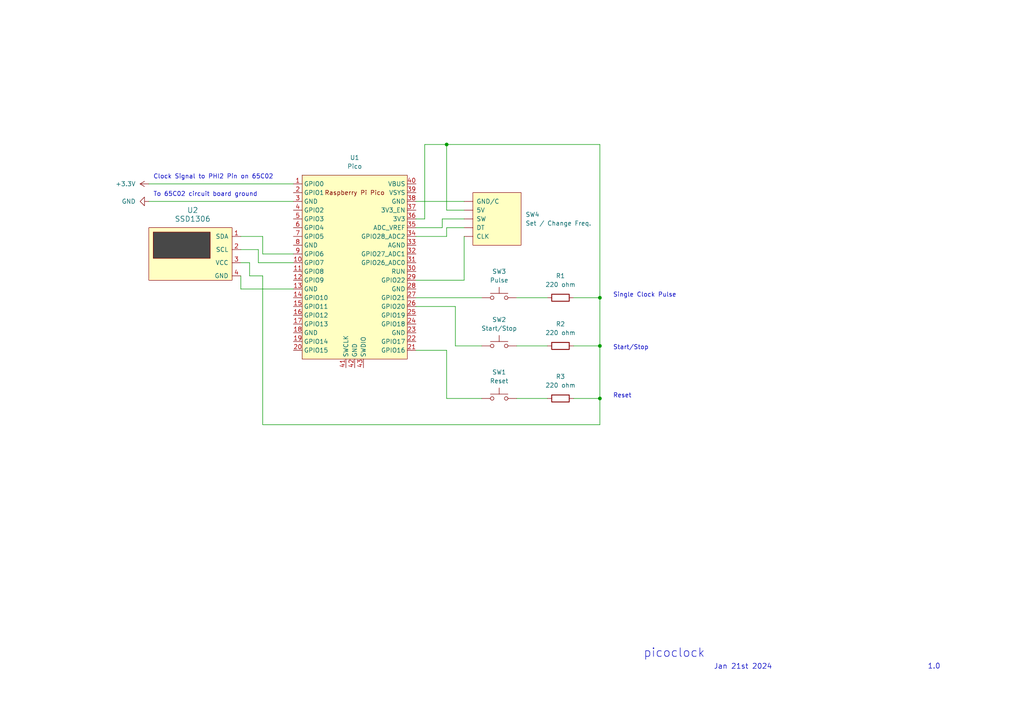
<source format=kicad_sch>
(kicad_sch (version 20230121) (generator eeschema)
  (paper "A4")
  (lib_symbols
    (symbol "Device:R" (pin_numbers hide) (pin_names (offset 0))
      (property "Reference" "R" (at 2.032 0 90))
      (property "Value" "R" (at 0 0 90))
      (symbol "R_0_1"
        (rectangle (start -1.016 -2.54) (end 1.016 2.54) (stroke (width 0.254)))
      )
      (symbol "R_1_1"
        (pin passive line (at 0 3.81 270) (length 1.27) (name "~") (number "1"))
        (pin passive line (at 0 -3.81 90) (length 1.27) (name "~") (number "2"))
      )
    )
    (symbol "MCU_RaspberryPi_and_Boards:Pico"
      (property "Reference" "U" (at -13.97 27.94 0))
      (property "Value" "Pico" (at 0 19.05 0))
      (symbol "Pico_0_0"
        (text "Raspberry Pi Pico" (at 0 21.59 0) (effects (font (size 1.27 1.27))))
      )
      (symbol "Pico_0_1"
        (rectangle (start -15.24 26.67) (end 15.24 -26.67) (fill (type background)))
      )
      (symbol "Pico_1_1"
        (pin bidirectional line (at -17.78 24.13 0) (length 2.54) (name "GPIO0") (number "1"))
        (pin bidirectional line (at -17.78 1.27 0) (length 2.54) (name "GPIO7") (number "10"))
        (pin bidirectional line (at -17.78 -1.27 0) (length 2.54) (name "GPIO8") (number "11"))
        (pin bidirectional line (at -17.78 -3.81 0) (length 2.54) (name "GPIO9") (number "12"))
        (pin power_in line (at -17.78 -6.35 0) (length 2.54) (name "GND") (number "13"))
        (pin bidirectional line (at -17.78 -8.89 0) (length 2.54) (name "GPIO10") (number "14"))
        (pin bidirectional line (at -17.78 -11.43 0) (length 2.54) (name "GPIO11") (number "15"))
        (pin bidirectional line (at -17.78 -13.97 0) (length 2.54) (name "GPIO12") (number "16"))
        (pin bidirectional line (at -17.78 -16.51 0) (length 2.54) (name "GPIO13") (number "17"))
        (pin power_in line (at -17.78 -19.05 0) (length 2.54) (name "GND") (number "18"))
        (pin bidirectional line (at -17.78 -21.59 0) (length 2.54) (name "GPIO14") (number "19"))
        (pin bidirectional line (at -17.78 21.59 0) (length 2.54) (name "GPIO1") (number "2"))
        (pin bidirectional line (at -17.78 -24.13 0) (length 2.54) (name "GPIO15") (number "20"))
        (pin bidirectional line (at 17.78 -24.13 180) (length 2.54) (name "GPIO16") (number "21"))
        (pin bidirectional line (at 17.78 -21.59 180) (length 2.54) (name "GPIO17") (number "22"))
        (pin power_in line (at 17.78 -19.05 180) (length 2.54) (name "GND") (number "23"))
        (pin bidirectional line (at 17.78 -16.51 180) (length 2.54) (name "GPIO18") (number "24"))
        (pin bidirectional line (at 17.78 -13.97 180) (length 2.54) (name "GPIO19") (number "25"))
        (pin bidirectional line (at 17.78 -11.43 180) (length 2.54) (name "GPIO20") (number "26"))
        (pin bidirectional line (at 17.78 -8.89 180) (length 2.54) (name "GPIO21") (number "27"))
        (pin power_in line (at 17.78 -6.35 180) (length 2.54) (name "GND") (number "28"))
        (pin bidirectional line (at 17.78 -3.81 180) (length 2.54) (name "GPIO22") (number "29"))
        (pin power_in line (at -17.78 19.05 0) (length 2.54) (name "GND") (number "3"))
        (pin input line (at 17.78 -1.27 180) (length 2.54) (name "RUN") (number "30"))
        (pin bidirectional line (at 17.78 1.27 180) (length 2.54) (name "GPIO26_ADC0") (number "31"))
        (pin bidirectional line (at 17.78 3.81 180) (length 2.54) (name "GPIO27_ADC1") (number "32"))
        (pin power_in line (at 17.78 6.35 180) (length 2.54) (name "AGND") (number "33"))
        (pin bidirectional line (at 17.78 8.89 180) (length 2.54) (name "GPIO28_ADC2") (number "34"))
        (pin power_in line (at 17.78 11.43 180) (length 2.54) (name "ADC_VREF") (number "35"))
        (pin power_in line (at 17.78 13.97 180) (length 2.54) (name "3V3") (number "36"))
        (pin input line (at 17.78 16.51 180) (length 2.54) (name "3V3_EN") (number "37"))
        (pin bidirectional line (at 17.78 19.05 180) (length 2.54) (name "GND") (number "38"))
        (pin power_in line (at 17.78 21.59 180) (length 2.54) (name "VSYS") (number "39"))
        (pin bidirectional line (at -17.78 16.51 0) (length 2.54) (name "GPIO2") (number "4"))
        (pin power_in line (at 17.78 24.13 180) (length 2.54) (name "VBUS") (number "40"))
        (pin input line (at -2.54 -29.21 90) (length 2.54) (name "SWCLK") (number "41"))
        (pin power_in line (at 0 -29.21 90) (length 2.54) (name "GND") (number "42"))
        (pin bidirectional line (at 2.54 -29.21 90) (length 2.54) (name "SWDIO") (number "43"))
        (pin bidirectional line (at -17.78 13.97 0) (length 2.54) (name "GPIO3") (number "5"))
        (pin bidirectional line (at -17.78 11.43 0) (length 2.54) (name "GPIO4") (number "6"))
        (pin bidirectional line (at -17.78 8.89 0) (length 2.54) (name "GPIO5") (number "7"))
        (pin power_in line (at -17.78 6.35 0) (length 2.54) (name "GND") (number "8"))
        (pin bidirectional line (at -17.78 3.81 0) (length 2.54) (name "GPIO6") (number "9"))
      )
    )
    (symbol "Switch:SW_Push" (pin_numbers hide) (pin_names (offset 1.016) hide)
      (property "Reference" "SW" (at 1.27 2.54 0))
      (property "Value" "SW_Push" (at 0 -1.524 0))
      (symbol "SW_Push_0_1"
        (circle (center -2.032 0) (radius 0.508))
        (polyline (pts (xy 0 1.27) (xy 0 3.048)))
        (polyline (pts (xy 2.54 1.27) (xy -2.54 1.27)))
        (circle (center 2.032 0) (radius 0.508))
        (pin passive line (at -5.08 0 0) (length 2.54) (name "1") (number "1"))
        (pin passive line (at 5.08 0 180) (length 2.54) (name "2") (number "2"))
      )
    )
    (symbol "power:+3.3V" (power) (pin_names (offset 0))
      (property "Value" "+3.3V" (at 0 3.556 0))
      (symbol "+3.3V_0_1"
        (polyline (pts (xy -0.762 1.27) (xy 0 2.54)))
        (polyline (pts (xy 0 0) (xy 0 2.54)))
        (polyline (pts (xy 0 2.54) (xy 0.762 1.27)))
      )
      (symbol "+3.3V_1_1"
        (pin power_in line (at 0 0 90) (length 0) hide (name "+3.3V") (number "1"))
      )
    )
    (symbol "power:GND" (power) (pin_names (offset 0))
      (property "Value" "GND" (at 0 -3.81 0))
      (symbol "GND_0_1"
        (polyline (pts (xy 0 0) (xy 0 -1.27) (xy 1.27 -1.27) (xy 0 -2.54) (xy -1.27 -1.27) (xy 0 -1.27)))
      )
      (symbol "GND_1_1"
        (pin power_in line (at 0 0 270) (length 0) hide (name "GND") (number "1"))
      )
    )
    (symbol "rotary enc:KY-040" (pin_names (offset 1.016))
      (property "Reference" "SW4" (at -1.27 16.51 0))
      (property "Value" "Set / Change Freq." (at -8.89 13.97 0))
      (symbol "KY-040_1_1"
        (rectangle (start -7.62 11.43) (end -7.62 11.43))
        (rectangle (start -7.62 11.43) (end 7.62 -2.54) (fill (type background)))
        (pin power_in line (at -2.54 -5.08 90) (length 2.54) (name "5V") (number "~"))
        (pin output line (at 5.08 -5.08 90) (length 2.54) (name "CLK") (number "~"))
        (pin output line (at 2.54 -5.08 90) (length 2.54) (name "DT") (number "~"))
        (pin output line (at -5.08 -5.08 90) (length 2.54) (name "GND/C") (number "~"))
        (pin input line (at 0 -5.08 90) (length 2.54) (name "SW") (number "~"))
      )
    )
    (symbol "ssd1306:SSD1306" (pin_names (offset 1.016))
      (property "Reference" "U2" (at 33.02 21.59 0))
      (property "Value" "SSD1306" (at 33.02 19.05 0))
      (symbol "SSD1306_1_1"
        (rectangle (start 20.32 16.51) (end 44.45 1.27) (fill (type background)))
        (rectangle (start 21.59 15.24) (end 38.1 7.62) (fill (type color) (color 72 72 72 1)))
        (pin input line (at 46.99 13.97 180) (length 2.54) (name "SDA") (number "1"))
        (pin input line (at 46.99 10.16 180) (length 2.54) (name "SCL") (number "2"))
        (pin input line (at 46.99 6.35 180) (length 2.54) (name "VCC") (number "3"))
        (pin input line (at 46.99 2.54 180) (length 2.54) (name "GND") (number "4"))
      )
    )
  )
  (junction (at 173.99 86.36))
  (junction (at 129.54 41.91))
  (junction (at 173.99 115.57))
  (junction (at 173.99 100.33))
  (wire (pts (xy 85.09 83.82) (xy 69.85 83.82)))
  (wire (pts (xy 129.54 68.58) (xy 120.65 68.58)))
  (wire (pts (xy 129.54 115.57) (xy 139.7 115.57)))
  (wire (pts (xy 85.09 73.66) (xy 76.2 73.66)))
  (wire (pts (xy 134.62 68.58) (xy 134.62 81.28)))
  (wire (pts (xy 85.09 76.2) (xy 74.93 76.2)))
  (wire (pts (xy 129.54 41.91) (xy 129.54 60.96)))
  (wire (pts (xy 128.27 63.5) (xy 128.27 66.04)))
  (wire (pts (xy 149.86 115.57) (xy 158.75 115.57)))
  (wire (pts (xy 120.65 81.28) (xy 134.62 81.28)))
  (wire (pts (xy 129.54 66.04) (xy 129.54 68.58)))
  (wire (pts (xy 76.2 80.01) (xy 72.39 80.01)))
  (wire (pts (xy 74.93 76.2) (xy 74.93 72.39)))
  (wire (pts (xy 120.65 101.6) (xy 129.54 101.6)))
  (wire (pts (xy 43.18 58.42) (xy 85.09 58.42)))
  (wire (pts (xy 128.27 66.04) (xy 120.65 66.04)))
  (wire (pts (xy 132.08 100.33) (xy 139.7 100.33)))
  (wire (pts (xy 129.54 41.91) (xy 173.99 41.91)))
  (wire (pts (xy 123.19 41.91) (xy 123.19 63.5)))
  (wire (pts (xy 173.99 41.91) (xy 173.99 86.36)))
  (wire (pts (xy 69.85 72.39) (xy 74.93 72.39)))
  (wire (pts (xy 69.85 76.2) (xy 72.39 76.2)))
  (wire (pts (xy 166.37 86.36) (xy 173.99 86.36)))
  (wire (pts (xy 129.54 101.6) (xy 129.54 115.57)))
  (wire (pts (xy 123.19 41.91) (xy 129.54 41.91)))
  (wire (pts (xy 173.99 123.19) (xy 76.2 123.19)))
  (wire (pts (xy 132.08 88.9) (xy 132.08 100.33)))
  (wire (pts (xy 72.39 80.01) (xy 72.39 76.2)))
  (wire (pts (xy 76.2 123.19) (xy 76.2 80.01)))
  (wire (pts (xy 173.99 123.19) (xy 173.99 115.57)))
  (wire (pts (xy 43.18 53.34) (xy 85.09 53.34)))
  (wire (pts (xy 149.86 86.36) (xy 158.75 86.36)))
  (wire (pts (xy 134.62 63.5) (xy 128.27 63.5)))
  (wire (pts (xy 132.08 88.9) (xy 120.65 88.9)))
  (wire (pts (xy 76.2 68.58) (xy 69.85 68.58)))
  (wire (pts (xy 166.37 100.33) (xy 173.99 100.33)))
  (wire (pts (xy 69.85 83.82) (xy 69.85 80.01)))
  (wire (pts (xy 123.19 63.5) (xy 120.65 63.5)))
  (wire (pts (xy 76.2 73.66) (xy 76.2 68.58)))
  (wire (pts (xy 149.86 100.33) (xy 158.75 100.33)))
  (wire (pts (xy 134.62 66.04) (xy 129.54 66.04)))
  (wire (pts (xy 120.65 86.36) (xy 139.7 86.36)))
  (wire (pts (xy 166.37 115.57) (xy 173.99 115.57)))
  (wire (pts (xy 120.65 58.42) (xy 134.62 58.42)))
  (wire (pts (xy 134.62 60.96) (xy 129.54 60.96)))
  (wire (pts (xy 173.99 100.33) (xy 173.99 115.57)))
  (wire (pts (xy 173.99 86.36) (xy 173.99 100.33)))
  (text "Clock Signal to PHI2 Pin on 65C02" (at 44.45 52.07 0) (effects (font (size 1.27 1.27)) (justify left bottom)))
  (text "To 65C02 circuit board ground" (at 44.45 57.15 0) (effects (font (size 1.27 1.27)) (justify left bottom)))
  (text "picoclock" (at 186.5876 190.9509 0) (effects (font (size 2.5 2.5)) (justify left bottom)))
  (text "Single Clock Pulse\n" (at 177.8 86.36 0) (effects (font (size 1.27 1.27)) (justify left bottom)))
  (text "1.0" (at 269.0358 194.2488 0) (effects (font (size 1.5 1.5)) (justify left bottom)))
  (text "Jan 21st 2024" (at 207.01 194.31 0) (effects (font (size 1.5 1.5)) (justify left bottom)))
  (text "Reset" (at 177.8 115.57 0) (effects (font (size 1.27 1.27)) (justify left bottom)))
  (text "Start/Stop" (at 177.8 101.6 0) (effects (font (size 1.27 1.27)) (justify left bottom)))
  (symbol (lib_id "Device:R") (at 162.56 100.33 90) (unit 1)
    (property "Reference" "R2" (at 162.56 93.98 90))
    (property "Value" "220 ohm" (at 162.56 96.52 90))
  )
  (symbol (lib_id "ssd1306:SSD1306") (at 22.86 82.55 0) (unit 1)
    (property "Reference" "U2" (at 55.88 60.96 0) (effects (font (size 1.524 1.524))))
    (property "Value" "SSD1306" (at 55.88 63.5 0) (effects (font (size 1.524 1.524))))
  )
  (symbol (lib_id "Switch:SW_Push") (at 144.78 100.33 0) (unit 1)
    (property "Reference" "SW2" (at 144.78 92.71 0))
    (property "Value" "Start/Stop" (at 144.78 95.25 0))
  )
  (symbol (lib_id "power:+3.3V") (at 43.18 53.34 90) (unit 1)
    (property "Reference" "#PWR02" (effects hide))
    (property "Value" "+3.3V" (at 39.37 53.34 90) (effects (justify left)))
  )
  (symbol (lib_id "Switch:SW_Push") (at 144.78 115.57 0) (unit 1)
    (property "Reference" "SW1" (at 144.78 107.95 0))
    (property "Value" "Reset" (at 144.78 110.49 0))
  )
  (symbol (lib_id "power:GND") (at 43.18 58.42 270) (unit 1)
    (property "Reference" "#PWR01" (effects hide))
    (property "Value" "GND" (at 39.37 58.42 90) (effects (justify right)))
  )
  (symbol (lib_id "Device:R") (at 162.56 86.36 90) (unit 1)
    (property "Reference" "R1" (at 162.56 80.01 90))
    (property "Value" "220 ohm" (at 162.56 82.55 90))
  )
  (symbol (lib_id "Device:R") (at 162.56 115.57 90) (unit 1)
    (property "Reference" "R3" (at 162.56 109.22 90))
    (property "Value" "220 ohm" (at 162.56 111.76 90))
  )
  (symbol (lib_id "rotary enc:KY-040") (at 139.7 63.5 270) (unit 1)
    (property "Reference" "SW4" (at 152.4 62.23 90) (effects (justify left)))
    (property "Value" "Set / Change Freq." (at 152.4 64.77 90) (effects (justify left)))
  )
  (symbol (lib_id "MCU_RaspberryPi_and_Boards:Pico") (at 102.87 77.47 0) (unit 1)
    (property "Reference" "U1" (at 102.87 45.72 0))
    (property "Value" "Pico" (at 102.87 48.26 0))
    (property "Footprint" "RPi_Pico:RPi_Pico_SMD_TH" (effects hide))
  )
  (symbol (lib_id "Switch:SW_Push") (at 144.78 86.36 0) (unit 1)
    (property "Reference" "SW3" (at 144.78 78.74 0))
    (property "Value" "Pulse" (at 144.78 81.28 0))
  )
)
</source>
